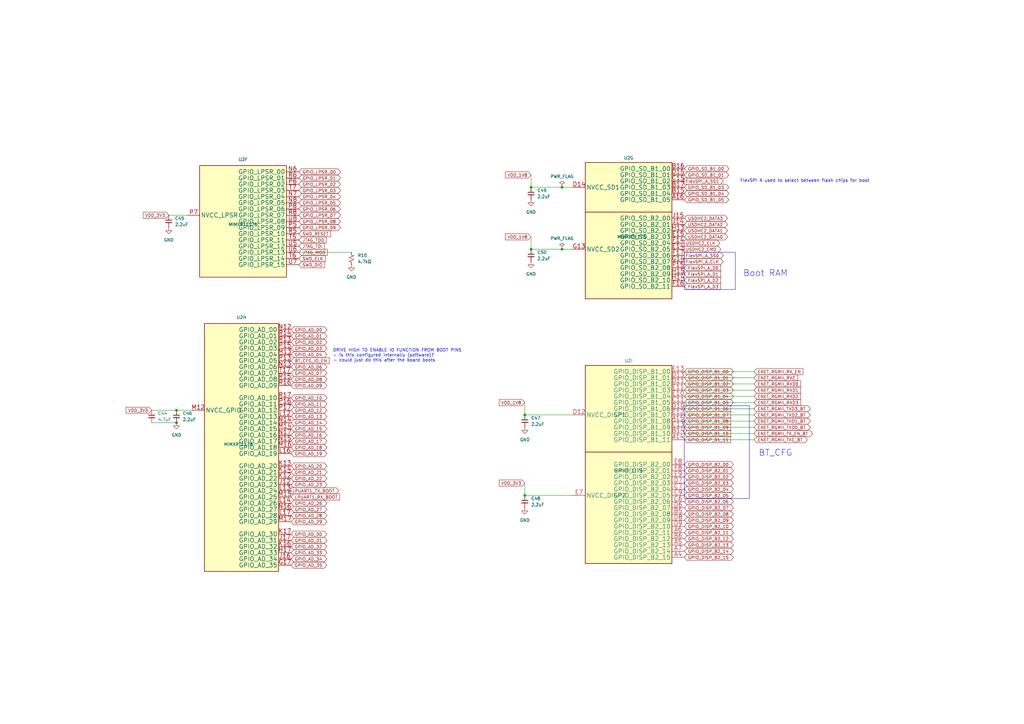
<source format=kicad_sch>
(kicad_sch (version 20231120) (generator "eeschema") (generator_version "8.0")
  (paper "A3")
  (title_block (title "Soldermander") (date "2024-02-27") (rev "1.0") (company "Stanford Student Space Initiative") (comment 1 "RE: Flynn Dreilinger"))
  (junction (at 217.805 102.235))
  (junction (at 217.805 76.835))
  (junction (at 230.505 102.235))
  (junction (at 215.265 203.2))
  (junction (at 72.39 173.355))
  (junction (at 72.39 168.275))
  (junction (at 230.505 76.835))
  (junction (at 215.265 170.18))
  (wire (pts (xy 280.67 162.56) (xy 309.245 162.56)))
  (wire (pts (xy 215.265 198.12) (xy 215.265 203.2)))
  (wire (pts (xy 217.805 76.835) (xy 230.505 76.835)))
  (wire (pts (xy 62.23 168.275) (xy 72.39 168.275)))
  (wire (pts (xy 215.265 203.2) (xy 234.95 203.2)))
  (wire (pts (xy 309.245 177.8) (xy 280.67 177.8)))
  (wire (pts (xy 72.39 168.275) (xy 78.74 168.275)))
  (wire (pts (xy 217.805 102.235) (xy 230.505 102.235)))
  (wire (pts (xy 280.67 157.48) (xy 309.245 157.48)))
  (wire (pts (xy 309.245 172.72) (xy 280.67 172.72)))
  (wire (pts (xy 122.555 103.505) (xy 144.145 103.505)))
  (wire (pts (xy 215.265 170.18) (xy 234.95 170.18)))
  (wire (pts (xy 230.505 76.835) (xy 234.95 76.835)))
  (wire (pts (xy 309.245 175.26) (xy 280.67 175.26)))
  (wire (pts (xy 309.245 170.18) (xy 280.67 170.18)))
  (wire (pts (xy 280.67 152.4) (xy 309.245 152.4)))
  (wire (pts (xy 309.245 180.34) (xy 280.67 180.34)))
  (wire (pts (xy 280.67 165.1) (xy 309.245 165.1)))
  (wire (pts (xy 62.23 173.355) (xy 72.39 173.355)))
  (wire (pts (xy 69.215 88.265) (xy 76.835 88.265)))
  (wire (pts (xy 215.265 165.1) (xy 215.265 170.18)))
  (wire (pts (xy 230.505 102.235) (xy 234.95 102.235)))
  (wire (pts (xy 280.67 154.94) (xy 309.245 154.94)))
  (wire (pts (xy 309.245 167.64) (xy 280.67 167.64)))
  (wire (pts (xy 217.805 97.155) (xy 217.805 102.235)))
  (wire (pts (xy 280.67 160.02) (xy 309.245 160.02)))
  (wire (pts (xy 217.805 71.755) (xy 217.805 76.835)))
  (rectangle (start 280.67 103.505) (end 301.625 118.745))
  (rectangle (start 280.67 166.37) (end 307.34 204.47))
  (text "FlexSPI A used to select between flash chips for boot\n" (at 303.53 74.93 0) (effects (font (size 1.27 1.27)) (justify left bottom)))
  (text "DRIVE HIGH TO ENABLE IO FUNCTION FROM BOOT PINS\n- is this configured internally (software)?\n- could just do this after the board boots" (at 136.525 148.59 0) (effects (font (size 1.27 1.27)) (justify left bottom)))
  (text "Boot RAM\n" (at 304.8 113.665 0) (effects (font (size 2.54 2.54)) (justify left bottom)))
  (text "BT_CFG" (at 311.15 187.325 0) (effects (font (size 2.54 2.54)) (justify left bottom)))
  (global_label "GPIO_DISP_B1_11" (shape input) (at 280.67 180.34 0) (property "Intersheetrefs" "${INTERSHEET_REFS}" (effects (hide yes))))
  (global_label "GPIO_DISP_B2_09" (shape bidirectional) (at 280.67 213.36 0) (property "Intersheetrefs" "${INTERSHEET_REFS}" (effects (hide yes))))
  (global_label "GPIO_AD_16" (shape bidirectional) (at 119.38 178.435 0) (property "Intersheetrefs" "${INTERSHEET_REFS}" (effects (hide yes))))
  (global_label "GPIO_AD_33" (shape bidirectional) (at 119.38 226.695 0) (property "Intersheetrefs" "${INTERSHEET_REFS}" (effects (hide yes))))
  (global_label "GPIO_AD_13" (shape bidirectional) (at 119.38 170.815 0) (property "Intersheetrefs" "${INTERSHEET_REFS}" (effects (hide yes))))
  (global_label "GPIO_SD_B1_03" (shape bidirectional) (at 280.67 76.835 0) (property "Intersheetrefs" "${INTERSHEET_REFS}" (effects (hide yes))))
  (global_label "GPIO_AD_30" (shape bidirectional) (at 119.38 219.075 0) (property "Intersheetrefs" "${INTERSHEET_REFS}" (effects (hide yes))))
  (global_label "GPIO_DISP_B1_10" (shape input) (at 280.67 177.8 0) (property "Intersheetrefs" "${INTERSHEET_REFS}" (effects (hide yes))))
  (global_label "GPIO_AD_02" (shape bidirectional) (at 119.38 140.335 0) (property "Intersheetrefs" "${INTERSHEET_REFS}" (effects (hide yes))))
  (global_label "VDD_3V3" (shape input) (at 69.215 88.265 180) (property "Intersheetrefs" "${INTERSHEET_REFS}" (effects (hide yes))))
  (global_label "GPIO_AD_23" (shape bidirectional) (at 119.38 198.755 0) (property "Intersheetrefs" "${INTERSHEET_REFS}" (effects (hide yes))))
  (global_label "VDD_1V8" (shape input) (at 217.805 71.755 180) (property "Intersheetrefs" "${INTERSHEET_REFS}" (effects (hide yes))))
  (global_label "GPIO_AD_29" (shape bidirectional) (at 119.38 213.995 0) (property "Intersheetrefs" "${INTERSHEET_REFS}" (effects (hide yes))))
  (global_label "USDHC2_DATA3" (shape bidirectional) (at 280.67 89.535 0) (property "Intersheetrefs" "${INTERSHEET_REFS}" (effects (hide yes))))
  (global_label "FlexSPI_A_SS1" (shape output) (at 280.67 74.295 0) (property "Intersheetrefs" "${INTERSHEET_REFS}" (effects (hide yes))))
  (global_label "USDHC2_CLK" (shape output) (at 280.67 99.695 0) (property "Intersheetrefs" "${INTERSHEET_REFS}" (effects (hide yes))))
  (global_label "GPIO_DISP_B2_06" (shape bidirectional) (at 280.67 205.74 0) (property "Intersheetrefs" "${INTERSHEET_REFS}" (effects (hide yes))))
  (global_label "LPUART1_TX_BOOT" (shape output) (at 119.38 201.295 0) (property "Intersheetrefs" "${INTERSHEET_REFS}" (effects (hide yes))))
  (global_label "FlexSPI_A_D2" (shape input) (at 280.67 114.935 0) (property "Intersheetrefs" "${INTERSHEET_REFS}" (effects (hide yes))))
  (global_label "GPIO_AD_26" (shape bidirectional) (at 119.38 206.375 0) (property "Intersheetrefs" "${INTERSHEET_REFS}" (effects (hide yes))))
  (global_label "GPIO_LPSR_04" (shape bidirectional) (at 122.555 80.645 0) (property "Intersheetrefs" "${INTERSHEET_REFS}" (effects (hide yes))))
  (global_label "GPIO_DISP_B2_14" (shape bidirectional) (at 280.67 226.06 0) (property "Intersheetrefs" "${INTERSHEET_REFS}" (effects (hide yes))))
  (global_label "GPIO_DISP_B2_12" (shape bidirectional) (at 280.67 220.98 0) (property "Intersheetrefs" "${INTERSHEET_REFS}" (effects (hide yes))))
  (global_label "GPIO_DISP_B2_00" (shape bidirectional) (at 280.67 190.5 0) (property "Intersheetrefs" "${INTERSHEET_REFS}" (effects (hide yes))))
  (global_label "FlexSPI_A_D3" (shape input) (at 280.67 117.475 0) (property "Intersheetrefs" "${INTERSHEET_REFS}" (effects (hide yes))))
  (global_label "GPIO_LPSR_06" (shape bidirectional) (at 122.555 85.725 0) (property "Intersheetrefs" "${INTERSHEET_REFS}" (effects (hide yes))))
  (global_label "ENET_RGMII_RXD0" (shape input) (at 309.245 157.48 0) (property "Intersheetrefs" "${INTERSHEET_REFS}" (effects (hide yes))))
  (global_label "GPIO_SD_B1_04" (shape bidirectional) (at 280.67 79.375 0) (property "Intersheetrefs" "${INTERSHEET_REFS}" (effects (hide yes))))
  (global_label "GPIO_AD_34" (shape bidirectional) (at 119.38 229.235 0) (property "Intersheetrefs" "${INTERSHEET_REFS}" (effects (hide yes))))
  (global_label "GPIO_AD_10" (shape bidirectional) (at 119.38 163.195 0) (property "Intersheetrefs" "${INTERSHEET_REFS}" (effects (hide yes))))
  (global_label "GPIO_AD_04" (shape bidirectional) (at 119.38 145.415 0) (property "Intersheetrefs" "${INTERSHEET_REFS}" (effects (hide yes))))
  (global_label "USDHC2_DATA1" (shape bidirectional) (at 280.67 94.615 0) (property "Intersheetrefs" "${INTERSHEET_REFS}" (effects (hide yes))))
  (global_label "GPIO_LPSR_00" (shape bidirectional) (at 122.555 70.485 0) (property "Intersheetrefs" "${INTERSHEET_REFS}" (effects (hide yes))))
  (global_label "GPIO_LPSR_07" (shape bidirectional) (at 122.555 88.265 0) (property "Intersheetrefs" "${INTERSHEET_REFS}" (effects (hide yes))))
  (global_label "VDD_1V8" (shape input) (at 215.265 165.1 180) (property "Intersheetrefs" "${INTERSHEET_REFS}" (effects (hide yes))))
  (global_label "GPIO_AD_01" (shape bidirectional) (at 119.38 137.795 0) (property "Intersheetrefs" "${INTERSHEET_REFS}" (effects (hide yes))))
  (global_label "GPIO_DISP_B1_03" (shape bidirectional) (at 280.67 160.02 0) (property "Intersheetrefs" "${INTERSHEET_REFS}" (effects (hide yes))))
  (global_label "GPIO_SD_B1_05" (shape bidirectional) (at 280.67 81.915 0) (property "Intersheetrefs" "${INTERSHEET_REFS}" (effects (hide yes))))
  (global_label "GPIO_LPSR_08" (shape bidirectional) (at 122.555 90.805 0) (property "Intersheetrefs" "${INTERSHEET_REFS}" (effects (hide yes))))
  (global_label "ENET_RGMII_TXD0_BT" (shape bidirectional) (at 309.245 175.26 0) (property "Intersheetrefs" "${INTERSHEET_REFS}" (effects (hide yes))))
  (global_label "ENET_RGMII_TXC_BT" (shape bidirectional) (at 309.245 180.34 0) (property "Intersheetrefs" "${INTERSHEET_REFS}" (effects (hide yes))))
  (global_label "GPIO_AD_11" (shape bidirectional) (at 119.38 165.735 0) (property "Intersheetrefs" "${INTERSHEET_REFS}" (effects (hide yes))))
  (global_label "VDD_3V3" (shape input) (at 215.265 198.12 180) (property "Intersheetrefs" "${INTERSHEET_REFS}" (effects (hide yes))))
  (global_label "GPIO_AD_32" (shape bidirectional) (at 119.38 224.155 0) (property "Intersheetrefs" "${INTERSHEET_REFS}" (effects (hide yes))))
  (global_label "GPIO_DISP_B2_03" (shape bidirectional) (at 280.67 198.12 0) (property "Intersheetrefs" "${INTERSHEET_REFS}" (effects (hide yes))))
  (global_label "GPIO_DISP_B1_04" (shape bidirectional) (at 280.67 162.56 0) (property "Intersheetrefs" "${INTERSHEET_REFS}" (effects (hide yes))))
  (global_label "GPIO_DISP_B2_01" (shape bidirectional) (at 280.67 193.04 0) (property "Intersheetrefs" "${INTERSHEET_REFS}" (effects (hide yes))))
  (global_label "FlexSPI_A_SS0" (shape output) (at 280.67 104.775 0) (property "Intersheetrefs" "${INTERSHEET_REFS}" (effects (hide yes))))
  (global_label "GPIO_LPSR_02" (shape bidirectional) (at 122.555 75.565 0) (property "Intersheetrefs" "${INTERSHEET_REFS}" (effects (hide yes))))
  (global_label "GPIO_DISP_B1_07" (shape input) (at 280.67 170.18 0) (property "Intersheetrefs" "${INTERSHEET_REFS}" (effects (hide yes))))
  (global_label "GPIO_DISP_B2_08" (shape bidirectional) (at 280.67 210.82 0) (property "Intersheetrefs" "${INTERSHEET_REFS}" (effects (hide yes))))
  (global_label "ENET_RGMII_TXD1_BT" (shape bidirectional) (at 309.245 172.72 0) (property "Intersheetrefs" "${INTERSHEET_REFS}" (effects (hide yes))))
  (global_label "ENET_RGMII_TX_EN_BT" (shape bidirectional) (at 309.245 177.8 0) (property "Intersheetrefs" "${INTERSHEET_REFS}" (effects (hide yes))))
  (global_label "GPIO_DISP_B1_08" (shape input) (at 280.67 172.72 0) (property "Intersheetrefs" "${INTERSHEET_REFS}" (effects (hide yes))))
  (global_label "GPIO_DISP_B2_11" (shape bidirectional) (at 280.67 218.44 0) (property "Intersheetrefs" "${INTERSHEET_REFS}" (effects (hide yes))))
  (global_label "ENET_RGMII_TXD2_BT" (shape bidirectional) (at 309.245 170.18 0) (property "Intersheetrefs" "${INTERSHEET_REFS}" (effects (hide yes))))
  (global_label "GPIO_DISP_B1_01" (shape bidirectional) (at 280.67 154.94 0) (property "Intersheetrefs" "${INTERSHEET_REFS}" (effects (hide yes))))
  (global_label "GPIO_AD_15" (shape bidirectional) (at 119.38 175.895 0) (property "Intersheetrefs" "${INTERSHEET_REFS}" (effects (hide yes))))
  (global_label "USDHC2_DATA2" (shape bidirectional) (at 280.67 92.075 0) (property "Intersheetrefs" "${INTERSHEET_REFS}" (effects (hide yes))))
  (global_label "FlexSPI_A_D0" (shape input) (at 280.67 109.855 0) (property "Intersheetrefs" "${INTERSHEET_REFS}" (effects (hide yes))))
  (global_label "GPIO_AD_06" (shape bidirectional) (at 119.38 150.495 0) (property "Intersheetrefs" "${INTERSHEET_REFS}" (effects (hide yes))))
  (global_label "SWD_RESET" (shape input) (at 122.555 95.885 0) (property "Intersheetrefs" "${INTERSHEET_REFS}" (effects (hide yes))))
  (global_label "GPIO_DISP_B2_05" (shape bidirectional) (at 280.67 203.2 0) (property "Intersheetrefs" "${INTERSHEET_REFS}" (effects (hide yes))))
  (global_label "ENET_RGMII_RXD1" (shape input) (at 309.245 160.02 0) (property "Intersheetrefs" "${INTERSHEET_REFS}" (effects (hide yes))))
  (global_label "GPIO_AD_12" (shape bidirectional) (at 119.38 168.275 0) (property "Intersheetrefs" "${INTERSHEET_REFS}" (effects (hide yes))))
  (global_label "GPIO_DISP_B2_15" (shape bidirectional) (at 280.67 228.6 0) (property "Intersheetrefs" "${INTERSHEET_REFS}" (effects (hide yes))))
  (global_label "GPIO_AD_21" (shape bidirectional) (at 119.38 193.675 0) (property "Intersheetrefs" "${INTERSHEET_REFS}" (effects (hide yes))))
  (global_label "GPIO_DISP_B2_02" (shape bidirectional) (at 280.67 195.58 0) (property "Intersheetrefs" "${INTERSHEET_REFS}" (effects (hide yes))))
  (global_label "GPIO_AD_31" (shape bidirectional) (at 119.38 221.615 0) (property "Intersheetrefs" "${INTERSHEET_REFS}" (effects (hide yes))))
  (global_label "GPIO_AD_20" (shape bidirectional) (at 119.38 191.135 0) (property "Intersheetrefs" "${INTERSHEET_REFS}" (effects (hide yes))))
  (global_label "LPUART1_RX_BOOT" (shape input) (at 119.38 203.835 0) (property "Intersheetrefs" "${INTERSHEET_REFS}" (effects (hide yes))))
  (global_label "GPIO_DISP_B2_10" (shape bidirectional) (at 280.67 215.9 0) (property "Intersheetrefs" "${INTERSHEET_REFS}" (effects (hide yes))))
  (global_label "JTAG_TDI" (shape input) (at 122.555 100.965 0) (property "Intersheetrefs" "${INTERSHEET_REFS}" (effects (hide yes))))
  (global_label "USDHC2_CMD" (shape output) (at 280.67 102.235 0) (property "Intersheetrefs" "${INTERSHEET_REFS}" (effects (hide yes))))
  (global_label "GPIO_AD_18" (shape bidirectional) (at 119.38 183.515 0) (property "Intersheetrefs" "${INTERSHEET_REFS}" (effects (hide yes))))
  (global_label "GPIO_DISP_B1_09" (shape input) (at 280.67 175.26 0) (property "Intersheetrefs" "${INTERSHEET_REFS}" (effects (hide yes))))
  (global_label "VDD_3V3" (shape input) (at 62.23 168.275 180) (property "Intersheetrefs" "${INTERSHEET_REFS}" (effects (hide yes))))
  (global_label "GPIO_AD_35" (shape bidirectional) (at 119.38 231.775 0) (property "Intersheetrefs" "${INTERSHEET_REFS}" (effects (hide yes))))
  (global_label "GPIO_AD_19" (shape bidirectional) (at 119.38 186.055 0) (property "Intersheetrefs" "${INTERSHEET_REFS}" (effects (hide yes))))
  (global_label "GPIO_DISP_B2_07" (shape bidirectional) (at 280.67 208.28 0) (property "Intersheetrefs" "${INTERSHEET_REFS}" (effects (hide yes))))
  (global_label "GPIO_SD_B1_00" (shape bidirectional) (at 280.67 69.215 0) (property "Intersheetrefs" "${INTERSHEET_REFS}" (effects (hide yes))))
  (global_label "GPIO_AD_28" (shape bidirectional) (at 119.38 211.455 0) (property "Intersheetrefs" "${INTERSHEET_REFS}" (effects (hide yes))))
  (global_label "JTAG_TDO" (shape input) (at 122.555 98.425 0) (property "Intersheetrefs" "${INTERSHEET_REFS}" (effects (hide yes))))
  (global_label "GPIO_AD_27" (shape bidirectional) (at 119.38 208.915 0) (property "Intersheetrefs" "${INTERSHEET_REFS}" (effects (hide yes))))
  (global_label "SWD_DIO" (shape input) (at 122.555 108.585 0) (property "Intersheetrefs" "${INTERSHEET_REFS}" (effects (hide yes))))
  (global_label "ENET_RGMII_RXD2" (shape input) (at 309.245 162.56 0) (property "Intersheetrefs" "${INTERSHEET_REFS}" (effects (hide yes))))
  (global_label "GPIO_LPSR_03" (shape bidirectional) (at 122.555 78.105 0) (property "Intersheetrefs" "${INTERSHEET_REFS}" (effects (hide yes))))
  (global_label "GPIO_AD_14" (shape bidirectional) (at 119.38 173.355 0) (property "Intersheetrefs" "${INTERSHEET_REFS}" (effects (hide yes))))
  (global_label "VDD_1V8" (shape input) (at 217.805 97.155 180) (property "Intersheetrefs" "${INTERSHEET_REFS}" (effects (hide yes))))
  (global_label "GPIO_LPSR_09" (shape bidirectional) (at 122.555 93.345 0) (property "Intersheetrefs" "${INTERSHEET_REFS}" (effects (hide yes))))
  (global_label "ENET_RGMII_RX_EN" (shape input) (at 309.245 152.4 0) (property "Intersheetrefs" "${INTERSHEET_REFS}" (effects (hide yes))))
  (global_label "GPIO_LPSR_01" (shape bidirectional) (at 122.555 73.025 0) (property "Intersheetrefs" "${INTERSHEET_REFS}" (effects (hide yes))))
  (global_label "GPIO_DISP_B1_00" (shape bidirectional) (at 280.67 152.4 0) (property "Intersheetrefs" "${INTERSHEET_REFS}" (effects (hide yes))))
  (global_label "FlexSPI_A_CLK" (shape output) (at 280.67 107.315 0) (property "Intersheetrefs" "${INTERSHEET_REFS}" (effects (hide yes))))
  (global_label "GPIO_AD_08" (shape bidirectional) (at 119.38 155.575 0) (property "Intersheetrefs" "${INTERSHEET_REFS}" (effects (hide yes))))
  (global_label "GPIO_AD_03" (shape bidirectional) (at 119.38 142.875 0) (property "Intersheetrefs" "${INTERSHEET_REFS}" (effects (hide yes))))
  (global_label "GPIO_DISP_B2_13" (shape bidirectional) (at 280.67 223.52 0) (property "Intersheetrefs" "${INTERSHEET_REFS}" (effects (hide yes))))
  (global_label "USDHC2_DATA0" (shape bidirectional) (at 280.67 97.155 0) (property "Intersheetrefs" "${INTERSHEET_REFS}" (effects (hide yes))))
  (global_label "GPIO_DISP_B1_05" (shape bidirectional) (at 280.67 165.1 0) (property "Intersheetrefs" "${INTERSHEET_REFS}" (effects (hide yes))))
  (global_label "SWD_CLK" (shape input) (at 122.555 106.045 0) (property "Intersheetrefs" "${INTERSHEET_REFS}" (effects (hide yes))))
  (global_label "FlexSPI_A_D1" (shape input) (at 280.67 112.395 0) (property "Intersheetrefs" "${INTERSHEET_REFS}" (effects (hide yes))))
  (global_label "GPIO_AD_09" (shape bidirectional) (at 119.38 158.115 0) (property "Intersheetrefs" "${INTERSHEET_REFS}" (effects (hide yes))))
  (global_label "ENET_RGMII_RXD3" (shape input) (at 309.245 165.1 0) (property "Intersheetrefs" "${INTERSHEET_REFS}" (effects (hide yes))))
  (global_label "GPIO_AD_07" (shape bidirectional) (at 119.38 153.035 0) (property "Intersheetrefs" "${INTERSHEET_REFS}" (effects (hide yes))))
  (global_label "GPIO_LPSR_05" (shape bidirectional) (at 122.555 83.185 0) (property "Intersheetrefs" "${INTERSHEET_REFS}" (effects (hide yes))))
  (global_label "GPIO_AD_00" (shape bidirectional) (at 119.38 135.255 0) (property "Intersheetrefs" "${INTERSHEET_REFS}" (effects (hide yes))))
  (global_label "GPIO_DISP_B1_06" (shape input) (at 280.67 167.64 0) (property "Intersheetrefs" "${INTERSHEET_REFS}" (effects (hide yes))))
  (global_label "GPIO_DISP_B1_02" (shape bidirectional) (at 280.67 157.48 0) (property "Intersheetrefs" "${INTERSHEET_REFS}" (effects (hide yes))))
  (global_label "GPIO_AD_17" (shape bidirectional) (at 119.38 180.975 0) (property "Intersheetrefs" "${INTERSHEET_REFS}" (effects (hide yes))))
  (global_label "ENET_RGMII_RXC" (shape input) (at 309.245 154.94 0) (property "Intersheetrefs" "${INTERSHEET_REFS}" (effects (hide yes))))
  (global_label "BT_CFG_IO_EN" (shape input) (at 119.38 147.955 0) (property "Intersheetrefs" "${INTERSHEET_REFS}" (effects (hide yes))))
  (global_label "GPIO_SD_B1_01" (shape bidirectional) (at 280.67 71.755 0) (property "Intersheetrefs" "${INTERSHEET_REFS}" (effects (hide yes))))
  (global_label "GPIO_AD_22" (shape bidirectional) (at 119.38 196.215 0) (property "Intersheetrefs" "${INTERSHEET_REFS}" (effects (hide yes))))
  (global_label "GPIO_DISP_B2_04" (shape bidirectional) (at 280.67 200.66 0) (property "Intersheetrefs" "${INTERSHEET_REFS}" (effects (hide yes))))
  (global_label "JTAG_MOD" (shape input) (at 122.555 103.505 0) (property "Intersheetrefs" "${INTERSHEET_REFS}" (effects (hide yes))))
  (global_label "ENET_RGMII_TXD3_BT" (shape bidirectional) (at 309.245 167.64 0) (property "Intersheetrefs" "${INTERSHEET_REFS}" (effects (hide yes))))
  (symbol (lib_id "Device:C_Small") (at 217.805 79.375 0) (unit 1)
    (property "Reference" "C49" (at 220.345 78.1113 0) (effects (justify left)))
    (property "Value" "2.2uF" (at 220.345 80.6513 0) (effects (justify left)))
    (property "Footprint" "Capacitor_SMD:C_0402_1005Metric" (effects (hide yes)))
    (property "Footprint (for JLCPCB)" "0201" (effects (hide yes)))
    (property "Voltage Rating" "10V" (effects (hide yes)))
  )
  (symbol (lib_id "Device:C_Small") (at 217.805 104.775 0) (unit 1)
    (property "Reference" "C50" (at 220.345 103.5113 0) (effects (justify left)))
    (property "Value" "2.2uF" (at 220.345 106.0513 0) (effects (justify left)))
    (property "Footprint" "Capacitor_SMD:C_0402_1005Metric" (effects (hide yes)))
    (property "Footprint (for JLCPCB)" "0201" (effects (hide yes)))
    (property "Voltage Rating" "10V" (effects (hide yes)))
  )
  (symbol (lib_id "Device:C_Small") (at 62.23 170.815 0) (unit 1)
    (property "Reference" "C44" (at 64.77 169.5513 0) (effects (justify left)))
    (property "Value" "4.7uF" (at 64.77 172.0913 0) (effects (justify left)))
    (property "Footprint" "Capacitor_SMD:C_0402_1005Metric" (effects (hide yes)))
    (property "Footprint (for JLCPCB)" "0201" (effects (hide yes)))
    (property "Voltage Rating" "6.3V" (effects (hide yes)))
  )
  (symbol (lib_id "adcs:MIMXRT1176") (at 97.79 180.975 0) (unit 8)
    (property "Reference" "U2" (at 99.06 130.175 0))
    (property "Value" "MIMXRT1176" (at 97.79 182.245 0))
    (property "Footprint" "adcs:U_MIMXRT1176DVMAA_NXP" (effects (hide yes)))
    (property "Datasheet" "${KIPRJMOD}/../datasheets/IMXRT1170_processor_manual.pdf" (effects (hide yes)))
    (property "Description" "Microcontroller" (effects (hide yes)))
    (property "Flight" "MIMXRT1176AVM8A" (effects (hide yes)))
    (property "Proto" "MIMXRT1176DVM8A" (effects (hide yes)))
    (property "JLCPCB P/N" "C1020267" (effects (hide yes)))
    (property "JLCPCB P/N Proto" "C1020268" (effects (hide yes)))
  )
  (symbol (lib_id "Device:C_Small") (at 69.215 90.805 0) (unit 1)
    (property "Reference" "C45" (at 71.755 89.5413 0) (effects (justify left)))
    (property "Value" "2.2uF" (at 71.755 92.0813 0) (effects (justify left)))
    (property "Footprint" "Capacitor_SMD:C_0402_1005Metric" (effects (hide yes)))
    (property "Footprint (for JLCPCB)" "0201" (effects (hide yes)))
    (property "Voltage Rating" "10V" (effects (hide yes)))
  )
  (symbol (lib_id "power:GND") (at 215.265 208.28 0) (unit 1)
    (property "Reference" "#PWR039" (effects (hide yes)))
    (property "Value" "GND" (at 215.265 213.36 0))
  )
  (symbol (lib_id "adcs:MIMXRT1176") (at 99.695 90.805 0) (unit 6)
    (property "Reference" "U2" (at 99.695 65.405 0))
    (property "Value" "MIMXRT1176" (at 99.695 92.075 0))
    (property "Footprint" "adcs:U_MIMXRT1176DVMAA_NXP" (effects (hide yes)))
    (property "Datasheet" "${KIPRJMOD}/../datasheets/IMXRT1170_processor_manual.pdf" (effects (hide yes)))
    (property "Description" "Microcontroller" (effects (hide yes)))
    (property "Flight" "MIMXRT1176AVM8A" (effects (hide yes)))
    (property "Proto" "MIMXRT1176DVM8A" (effects (hide yes)))
    (property "JLCPCB P/N" "C1020267" (effects (hide yes)))
    (property "JLCPCB P/N Proto" "C1020268" (effects (hide yes)))
  )
  (symbol (lib_id "adcs:MIMXRT1176") (at 257.81 191.77 0) (unit 9)
    (property "Reference" "U2" (at 257.81 147.955 0))
    (property "Value" "MIMXRT1176" (at 257.81 193.04 0))
    (property "Footprint" "adcs:U_MIMXRT1176DVMAA_NXP" (effects (hide yes)))
    (property "Datasheet" "${KIPRJMOD}/../datasheets/IMXRT1170_processor_manual.pdf" (effects (hide yes)))
    (property "Description" "Microcontroller" (effects (hide yes)))
    (property "Flight" "MIMXRT1176AVM8A" (effects (hide yes)))
    (property "Proto" "MIMXRT1176DVM8A" (effects (hide yes)))
    (property "JLCPCB P/N" "C1020267" (effects (hide yes)))
    (property "JLCPCB P/N Proto" "C1020268" (effects (hide yes)))
  )
  (symbol (lib_id "power:PWR_FLAG") (at 230.505 102.235 0) (unit 1)
    (property "Reference" "#FLG012" (effects (hide yes)))
    (property "Value" "PWR_FLAG" (at 230.505 97.79 0))
  )
  (symbol (lib_id "adcs:MIMXRT1176") (at 259.08 95.885 0) (unit 7)
    (property "Reference" "U2" (at 257.81 64.77 0))
    (property "Value" "MIMXRT1176" (at 259.08 97.155 0))
    (property "Footprint" "adcs:U_MIMXRT1176DVMAA_NXP" (effects (hide yes)))
    (property "Datasheet" "${KIPRJMOD}/../datasheets/IMXRT1170_processor_manual.pdf" (effects (hide yes)))
    (property "Description" "Microcontroller" (effects (hide yes)))
    (property "Flight" "MIMXRT1176AVM8A" (effects (hide yes)))
    (property "Proto" "MIMXRT1176DVM8A" (effects (hide yes)))
    (property "JLCPCB P/N" "C1020267" (effects (hide yes)))
    (property "JLCPCB P/N Proto" "C1020268" (effects (hide yes)))
  )
  (symbol (lib_id "power:PWR_FLAG") (at 230.505 76.835 0) (unit 1)
    (property "Reference" "#FLG011" (effects (hide yes)))
    (property "Value" "PWR_FLAG" (at 230.505 72.39 0))
  )
  (symbol (lib_id "power:GND") (at 69.215 93.345 0) (unit 1)
    (property "Reference" "#PWR035" (effects (hide yes)))
    (property "Value" "GND" (at 69.215 98.425 0))
  )
  (symbol (lib_id "Device:C_Small") (at 72.39 170.815 0) (unit 1)
    (property "Reference" "C46" (at 74.93 169.5513 0) (effects (justify left)))
    (property "Value" "2.2uF" (at 74.93 172.0913 0) (effects (justify left)))
    (property "Footprint" "Capacitor_SMD:C_0402_1005Metric" (effects (hide yes)))
    (property "Footprint (for JLCPCB)" "0201" (effects (hide yes)))
    (property "Voltage Rating" "10V" (effects (hide yes)))
  )
  (symbol (lib_id "Device:R_Small_US") (at 144.145 106.045 180) (unit 1)
    (property "Reference" "R10" (at 146.685 104.775 0) (effects (justify right)))
    (property "Value" "4.7kΩ" (at 146.685 107.315 0) (effects (justify right)))
    (property "Footprint" "Resistor_SMD:R_0402_1005Metric" (effects (hide yes)))
    (property "Footprint (for JLCPCB)" "0402" (effects (hide yes)))
  )
  (symbol (lib_id "power:GND") (at 217.805 81.915 0) (unit 1)
    (property "Reference" "#PWR040" (effects (hide yes)))
    (property "Value" "GND" (at 217.805 86.995 0))
  )
  (symbol (lib_id "power:GND") (at 215.265 175.26 0) (unit 1)
    (property "Reference" "#PWR038" (effects (hide yes)))
    (property "Value" "GND" (at 215.265 180.34 0))
  )
  (symbol (lib_id "Device:C_Small") (at 215.265 172.72 0) (unit 1)
    (property "Reference" "C47" (at 217.805 171.4563 0) (effects (justify left)))
    (property "Value" "2.2uF" (at 217.805 173.9963 0) (effects (justify left)))
    (property "Footprint" "Capacitor_SMD:C_0402_1005Metric" (effects (hide yes)))
    (property "Footprint (for JLCPCB)" "0201" (effects (hide yes)))
    (property "Voltage Rating" "10V" (effects (hide yes)))
  )
  (symbol (lib_id "power:GND") (at 144.145 108.585 0) (unit 1)
    (property "Reference" "#PWR037" (effects (hide yes)))
    (property "Value" "GND" (at 144.145 113.665 0))
  )
  (symbol (lib_id "power:GND") (at 217.805 107.315 0) (unit 1)
    (property "Reference" "#PWR041" (effects (hide yes)))
    (property "Value" "GND" (at 217.805 112.395 0))
  )
  (symbol (lib_id "Device:C_Small") (at 215.265 205.74 0) (unit 1)
    (property "Reference" "C48" (at 217.805 204.4763 0) (effects (justify left)))
    (property "Value" "2.2uF" (at 217.805 207.0163 0) (effects (justify left)))
    (property "Footprint" "Capacitor_SMD:C_0402_1005Metric" (effects (hide yes)))
    (property "Footprint (for JLCPCB)" "0201" (effects (hide yes)))
    (property "Voltage Rating" "10V" (effects (hide yes)))
  )
  (symbol (lib_id "power:GND") (at 72.39 173.355 0) (unit 1)
    (property "Reference" "#PWR036" (effects (hide yes)))
    (property "Value" "GND" (at 72.39 178.435 0))
  )
)
</source>
